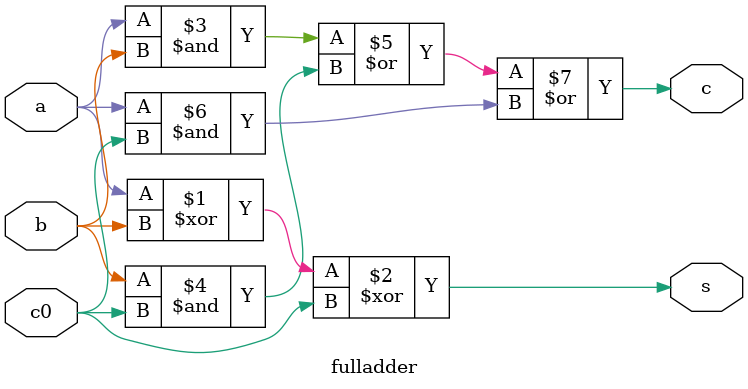
<source format=v>

module fulladder(a,b,c0,s,c);
input a,b,c0;
output s,c;
wire s,c;
assign s = a^b^(c0);  //sum
assign c = ((a&b)|(b&c0)|(a&c0)); //carry
endmodule

</source>
